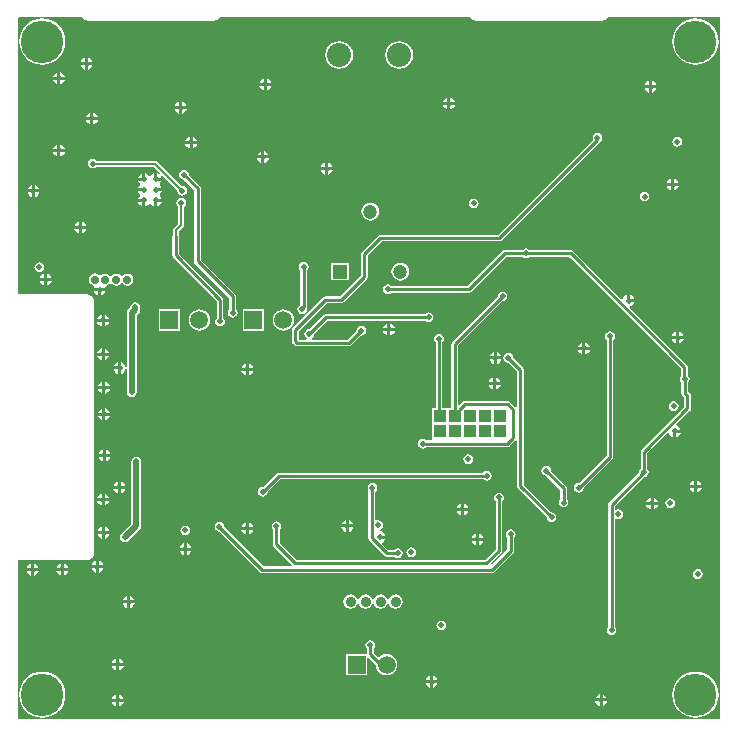
<source format=gbl>
G04*
G04 #@! TF.GenerationSoftware,Altium Limited,Altium Designer,19.0.10 (269)*
G04*
G04 Layer_Physical_Order=4*
G04 Layer_Color=16711680*
%FSLAX44Y44*%
%MOMM*%
G71*
G01*
G75*
%ADD10C,0.2540*%
%ADD126C,0.7112*%
%ADD127C,0.1875*%
%ADD128C,0.5080*%
%ADD132C,2.0320*%
%ADD133C,1.2000*%
%ADD134R,1.2000X1.2000*%
%ADD135C,1.5000*%
%ADD136R,1.5000X1.5000*%
%ADD137R,1.0058X1.0058*%
%ADD138C,0.8890*%
%ADD139C,3.6000*%
%ADD140C,0.5080*%
G36*
X597411Y2589D02*
X2590Y2589D01*
Y137410D01*
X61000D01*
X61142Y137438D01*
X61287Y137426D01*
X62178Y137525D01*
X62455Y137614D01*
X62744Y137654D01*
X63590Y137949D01*
X63841Y138097D01*
X64113Y138201D01*
X64872Y138678D01*
X65084Y138878D01*
X65327Y139040D01*
X65960Y139673D01*
X66122Y139916D01*
X66322Y140128D01*
X66799Y140886D01*
X66903Y141159D01*
X67050Y141410D01*
X67346Y142256D01*
X67386Y142544D01*
X67474Y142822D01*
X67574Y143713D01*
X67561Y143857D01*
X67590Y144000D01*
X67590Y356000D01*
X67561Y356142D01*
X67574Y356287D01*
X67474Y357177D01*
X67386Y357455D01*
X67346Y357744D01*
X67050Y358590D01*
X66902Y358841D01*
X66799Y359113D01*
X66322Y359872D01*
X66122Y360084D01*
X65960Y360326D01*
X65327Y360960D01*
X65084Y361122D01*
X64872Y361322D01*
X64114Y361798D01*
X63841Y361902D01*
X63590Y362050D01*
X62744Y362346D01*
X62455Y362386D01*
X62177Y362474D01*
X61287Y362574D01*
X61142Y362561D01*
X61000Y362589D01*
X2590D01*
X2590Y596512D01*
X3488Y597410D01*
X56903Y597400D01*
X57774Y596604D01*
X58009Y596461D01*
X58215Y596278D01*
X60102Y595175D01*
X60362Y595085D01*
X60602Y594950D01*
X62679Y594268D01*
X62952Y594235D01*
X63215Y594153D01*
X65389Y593924D01*
X65525Y593937D01*
X65660Y593910D01*
X165660D01*
X165794Y593937D01*
X165930Y593924D01*
X168106Y594153D01*
X168370Y594235D01*
X168644Y594268D01*
X170722Y594951D01*
X170963Y595087D01*
X171224Y595178D01*
X173111Y596285D01*
X173318Y596469D01*
X173554Y596613D01*
X174420Y597410D01*
X385244Y597400D01*
X386114Y596604D01*
X386349Y596461D01*
X386555Y596278D01*
X388442Y595175D01*
X388702Y595085D01*
X388942Y594950D01*
X391019Y594268D01*
X391292Y594235D01*
X391555Y594153D01*
X393729Y593924D01*
X393866Y593937D01*
X394000Y593910D01*
X494000D01*
X494134Y593937D01*
X494270Y593924D01*
X496446Y594153D01*
X496710Y594235D01*
X496984Y594268D01*
X499062Y594951D01*
X499303Y595087D01*
X499564Y595178D01*
X501451Y596285D01*
X501658Y596469D01*
X501894Y596613D01*
X502760Y597410D01*
X597410Y597410D01*
X597411Y2589D01*
D02*
G37*
%LPC*%
G36*
X62230Y562711D02*
Y559054D01*
X65887D01*
X65745Y559766D01*
X64623Y561446D01*
X62942Y562569D01*
X62230Y562711D01*
D02*
G37*
G36*
X59690D02*
X58978Y562569D01*
X57298Y561446D01*
X56175Y559766D01*
X56033Y559054D01*
X59690D01*
Y562711D01*
D02*
G37*
G36*
X576500Y596118D02*
X572673Y595742D01*
X568992Y594625D01*
X565601Y592812D01*
X562628Y590372D01*
X560188Y587399D01*
X558375Y584008D01*
X557258Y580327D01*
X556881Y576500D01*
X557258Y572673D01*
X558375Y568992D01*
X560188Y565601D01*
X562628Y562628D01*
X565601Y560188D01*
X568992Y558375D01*
X572673Y557258D01*
X576500Y556881D01*
X580327Y557258D01*
X584008Y558375D01*
X587399Y560188D01*
X590372Y562628D01*
X592812Y565601D01*
X594625Y568992D01*
X595742Y572673D01*
X596118Y576500D01*
X595742Y580327D01*
X594625Y584008D01*
X592812Y587399D01*
X590372Y590372D01*
X587399Y592812D01*
X584008Y594625D01*
X580327Y595742D01*
X576500Y596118D01*
D02*
G37*
G36*
X23500D02*
X19673Y595742D01*
X15992Y594625D01*
X12601Y592812D01*
X9628Y590372D01*
X7188Y587399D01*
X5375Y584008D01*
X4259Y580327D01*
X3882Y576500D01*
X4259Y572673D01*
X5375Y568992D01*
X7188Y565601D01*
X9628Y562628D01*
X12601Y560188D01*
X15992Y558375D01*
X19673Y557258D01*
X23500Y556881D01*
X27327Y557258D01*
X31008Y558375D01*
X34399Y560188D01*
X37372Y562628D01*
X39812Y565601D01*
X41625Y568992D01*
X42741Y572673D01*
X43119Y576500D01*
X42741Y580327D01*
X41625Y584008D01*
X39812Y587399D01*
X37372Y590372D01*
X34399Y592812D01*
X31008Y594625D01*
X27327Y595742D01*
X23500Y596118D01*
D02*
G37*
G36*
X325628Y576888D02*
X322578Y576487D01*
X319736Y575309D01*
X317295Y573436D01*
X315422Y570996D01*
X314245Y568153D01*
X313843Y565103D01*
X314245Y562053D01*
X315422Y559211D01*
X317295Y556770D01*
X319736Y554897D01*
X322578Y553720D01*
X325628Y553318D01*
X328678Y553720D01*
X331520Y554897D01*
X333961Y556770D01*
X335834Y559211D01*
X337011Y562053D01*
X337413Y565103D01*
X337011Y568153D01*
X335834Y570996D01*
X333961Y573436D01*
X331520Y575309D01*
X328678Y576487D01*
X325628Y576888D01*
D02*
G37*
G36*
X274828D02*
X271778Y576487D01*
X268936Y575309D01*
X266495Y573436D01*
X264622Y570996D01*
X263445Y568153D01*
X263043Y565103D01*
X263445Y562053D01*
X264622Y559211D01*
X266495Y556770D01*
X268936Y554897D01*
X271778Y553720D01*
X274828Y553318D01*
X277878Y553720D01*
X280720Y554897D01*
X283161Y556770D01*
X285034Y559211D01*
X286211Y562053D01*
X286613Y565103D01*
X286211Y568153D01*
X285034Y570996D01*
X283161Y573436D01*
X280720Y575309D01*
X277878Y576487D01*
X274828Y576888D01*
D02*
G37*
G36*
X65887Y556514D02*
X62230D01*
Y552857D01*
X62942Y552999D01*
X64623Y554122D01*
X65745Y555802D01*
X65887Y556514D01*
D02*
G37*
G36*
X59690D02*
X56033D01*
X56175Y555802D01*
X57298Y554122D01*
X58978Y552999D01*
X59690Y552857D01*
Y556514D01*
D02*
G37*
G36*
X38862Y550519D02*
Y546862D01*
X42519D01*
X42377Y547574D01*
X41255Y549254D01*
X39574Y550377D01*
X38862Y550519D01*
D02*
G37*
G36*
X36322D02*
X35610Y550377D01*
X33930Y549254D01*
X32807Y547574D01*
X32665Y546862D01*
X36322D01*
Y550519D01*
D02*
G37*
G36*
X213614Y545185D02*
Y541528D01*
X217271D01*
X217129Y542240D01*
X216007Y543921D01*
X214326Y545043D01*
X213614Y545185D01*
D02*
G37*
G36*
X211074D02*
X210362Y545043D01*
X208682Y543921D01*
X207559Y542240D01*
X207417Y541528D01*
X211074D01*
Y545185D01*
D02*
G37*
G36*
X42519Y544322D02*
X38862D01*
Y540665D01*
X39574Y540807D01*
X41255Y541930D01*
X42377Y543610D01*
X42519Y544322D01*
D02*
G37*
G36*
X36322D02*
X32665D01*
X32807Y543610D01*
X33930Y541930D01*
X35610Y540807D01*
X36322Y540665D01*
Y544322D01*
D02*
G37*
G36*
X539750Y543153D02*
Y539496D01*
X543407D01*
X543265Y540208D01*
X542142Y541889D01*
X540462Y543011D01*
X539750Y543153D01*
D02*
G37*
G36*
X537210D02*
X536498Y543011D01*
X534818Y541889D01*
X533695Y540208D01*
X533553Y539496D01*
X537210D01*
Y543153D01*
D02*
G37*
G36*
X217271Y538988D02*
X213614D01*
Y535331D01*
X214326Y535473D01*
X216007Y536595D01*
X217129Y538276D01*
X217271Y538988D01*
D02*
G37*
G36*
X211074D02*
X207417D01*
X207559Y538276D01*
X208682Y536595D01*
X210362Y535473D01*
X211074Y535331D01*
Y538988D01*
D02*
G37*
G36*
X543407Y536956D02*
X539750D01*
Y533299D01*
X540462Y533441D01*
X542142Y534563D01*
X543265Y536244D01*
X543407Y536956D01*
D02*
G37*
G36*
X537210D02*
X533553D01*
X533695Y536244D01*
X534818Y534563D01*
X536498Y533441D01*
X537210Y533299D01*
Y536956D01*
D02*
G37*
G36*
X369062Y528929D02*
Y525272D01*
X372719D01*
X372577Y525984D01*
X371455Y527664D01*
X369774Y528787D01*
X369062Y528929D01*
D02*
G37*
G36*
X366522D02*
X365810Y528787D01*
X364129Y527664D01*
X363007Y525984D01*
X362865Y525272D01*
X366522D01*
Y528929D01*
D02*
G37*
G36*
X141986Y525373D02*
Y521716D01*
X145643D01*
X145501Y522428D01*
X144378Y524109D01*
X142698Y525231D01*
X141986Y525373D01*
D02*
G37*
G36*
X139446D02*
X138734Y525231D01*
X137053Y524109D01*
X135931Y522428D01*
X135789Y521716D01*
X139446D01*
Y525373D01*
D02*
G37*
G36*
X372719Y522732D02*
X369062D01*
Y519075D01*
X369774Y519217D01*
X371455Y520340D01*
X372577Y522020D01*
X372719Y522732D01*
D02*
G37*
G36*
X366522D02*
X362865D01*
X363007Y522020D01*
X364129Y520340D01*
X365810Y519217D01*
X366522Y519075D01*
Y522732D01*
D02*
G37*
G36*
X145643Y519176D02*
X141986D01*
Y515519D01*
X142698Y515661D01*
X144378Y516783D01*
X145501Y518464D01*
X145643Y519176D01*
D02*
G37*
G36*
X139446D02*
X135789D01*
X135931Y518464D01*
X137053Y516783D01*
X138734Y515661D01*
X139446Y515519D01*
Y519176D01*
D02*
G37*
G36*
X66802Y516483D02*
Y512826D01*
X70459D01*
X70317Y513538D01*
X69194Y515219D01*
X67514Y516341D01*
X66802Y516483D01*
D02*
G37*
G36*
X64262D02*
X63550Y516341D01*
X61870Y515219D01*
X60747Y513538D01*
X60605Y512826D01*
X64262D01*
Y516483D01*
D02*
G37*
G36*
X70459Y510286D02*
X66802D01*
Y506629D01*
X67514Y506771D01*
X69194Y507893D01*
X70317Y509574D01*
X70459Y510286D01*
D02*
G37*
G36*
X64262D02*
X60605D01*
X60747Y509574D01*
X61870Y507893D01*
X63550Y506771D01*
X64262Y506629D01*
Y510286D01*
D02*
G37*
G36*
X150748Y496021D02*
Y492364D01*
X154405D01*
X154263Y493076D01*
X153140Y494757D01*
X151460Y495879D01*
X150748Y496021D01*
D02*
G37*
G36*
X148208D02*
X147496Y495879D01*
X145815Y494757D01*
X144693Y493076D01*
X144551Y492364D01*
X148208D01*
Y496021D01*
D02*
G37*
G36*
X561086Y495888D02*
X559500Y495572D01*
X558156Y494674D01*
X557258Y493330D01*
X556942Y491744D01*
X557258Y490158D01*
X558156Y488814D01*
X559500Y487916D01*
X561086Y487600D01*
X562672Y487916D01*
X564016Y488814D01*
X564914Y490158D01*
X565230Y491744D01*
X564914Y493330D01*
X564016Y494674D01*
X562672Y495572D01*
X561086Y495888D01*
D02*
G37*
G36*
X154405Y489824D02*
X150748D01*
Y486167D01*
X151460Y486309D01*
X153140Y487431D01*
X154263Y489112D01*
X154405Y489824D01*
D02*
G37*
G36*
X148208D02*
X144551D01*
X144693Y489112D01*
X145815Y487431D01*
X147496Y486309D01*
X148208Y486167D01*
Y489824D01*
D02*
G37*
G36*
X38862Y489305D02*
Y485648D01*
X42519D01*
X42377Y486360D01*
X41255Y488041D01*
X39574Y489163D01*
X38862Y489305D01*
D02*
G37*
G36*
X36322D02*
X35610Y489163D01*
X33930Y488041D01*
X32807Y486360D01*
X32665Y485648D01*
X36322D01*
Y489305D01*
D02*
G37*
G36*
X211582Y483717D02*
Y480060D01*
X215239D01*
X215097Y480772D01*
X213974Y482453D01*
X212294Y483575D01*
X211582Y483717D01*
D02*
G37*
G36*
X209042D02*
X208330Y483575D01*
X206649Y482453D01*
X205527Y480772D01*
X205385Y480060D01*
X209042D01*
Y483717D01*
D02*
G37*
G36*
X42519Y483108D02*
X38862D01*
Y479451D01*
X39574Y479593D01*
X41255Y480715D01*
X42377Y482396D01*
X42519Y483108D01*
D02*
G37*
G36*
X36322D02*
X32665D01*
X32807Y482396D01*
X33930Y480715D01*
X35610Y479593D01*
X36322Y479451D01*
Y483108D01*
D02*
G37*
G36*
X215239Y477520D02*
X211582D01*
Y473863D01*
X212294Y474005D01*
X213974Y475127D01*
X215097Y476808D01*
X215239Y477520D01*
D02*
G37*
G36*
X209042D02*
X205385D01*
X205527Y476808D01*
X206649Y475127D01*
X208330Y474005D01*
X209042Y473863D01*
Y477520D01*
D02*
G37*
G36*
X265654Y473811D02*
Y470154D01*
X269311D01*
X269169Y470866D01*
X268046Y472547D01*
X266366Y473669D01*
X265654Y473811D01*
D02*
G37*
G36*
X263114D02*
X262402Y473669D01*
X260721Y472547D01*
X259599Y470866D01*
X259457Y470154D01*
X263114D01*
Y473811D01*
D02*
G37*
G36*
X66294Y477346D02*
X64708Y477030D01*
X63364Y476132D01*
X62466Y474788D01*
X62150Y473202D01*
X62466Y471616D01*
X63364Y470272D01*
X64708Y469374D01*
X66294Y469058D01*
X67880Y469374D01*
X69224Y470272D01*
X69505Y470692D01*
X117832D01*
X123260Y465265D01*
X122450Y464279D01*
X121536Y464889D01*
X120824Y465031D01*
Y461374D01*
X124481D01*
X124339Y462086D01*
X123729Y463000D01*
X124715Y463810D01*
X137941Y450584D01*
X137842Y450088D01*
X138158Y448502D01*
X139056Y447158D01*
X140400Y446260D01*
X141986Y445944D01*
X143572Y446260D01*
X144916Y447158D01*
X145814Y448502D01*
X146130Y450088D01*
X145814Y451674D01*
X144916Y453018D01*
X143572Y453916D01*
X141986Y454232D01*
X141490Y454133D01*
X120647Y474977D01*
X119832Y475521D01*
X118872Y475712D01*
X69505D01*
X69224Y476132D01*
X67880Y477030D01*
X66294Y477346D01*
D02*
G37*
G36*
X269311Y467614D02*
X265654D01*
Y463957D01*
X266366Y464099D01*
X268046Y465221D01*
X269169Y466902D01*
X269311Y467614D01*
D02*
G37*
G36*
X263114D02*
X259457D01*
X259599Y466902D01*
X260721Y465221D01*
X262402Y464099D01*
X263114Y463957D01*
Y467614D01*
D02*
G37*
G36*
X118284Y465031D02*
X117572Y464889D01*
X115892Y463767D01*
X115318Y462908D01*
X113790D01*
X113216Y463767D01*
X111536Y464889D01*
X110824Y465031D01*
Y460104D01*
X109554D01*
Y458834D01*
X104627D01*
X104769Y458122D01*
X105892Y456441D01*
X106195Y456239D01*
Y454969D01*
X105892Y454767D01*
X104769Y453086D01*
X104627Y452374D01*
X109554D01*
Y449834D01*
X104627D01*
X104769Y449122D01*
X105892Y447441D01*
X106195Y447239D01*
Y445969D01*
X105892Y445766D01*
X104769Y444086D01*
X104627Y443374D01*
X109554D01*
Y442104D01*
X110824D01*
Y437177D01*
X111536Y437319D01*
X113216Y438442D01*
X113790Y439300D01*
X115318D01*
X115892Y438442D01*
X117572Y437319D01*
X118284Y437177D01*
Y442104D01*
X119554D01*
Y443374D01*
X124481D01*
X124339Y444086D01*
X123216Y445766D01*
X122913Y445969D01*
Y447239D01*
X123216Y447441D01*
X124339Y449122D01*
X124481Y449834D01*
X119554D01*
Y452374D01*
X124481D01*
X124339Y453086D01*
X123216Y454767D01*
X122913Y454969D01*
Y456239D01*
X123216Y456441D01*
X124339Y458122D01*
X124481Y458834D01*
X119554D01*
Y460104D01*
X118284D01*
Y465031D01*
D02*
G37*
G36*
X108284D02*
X107572Y464889D01*
X105892Y463767D01*
X104769Y462086D01*
X104627Y461374D01*
X108284D01*
Y465031D01*
D02*
G37*
G36*
X558546Y460349D02*
Y456692D01*
X562203D01*
X562061Y457404D01*
X560938Y459085D01*
X559258Y460207D01*
X558546Y460349D01*
D02*
G37*
G36*
X556006D02*
X555294Y460207D01*
X553614Y459085D01*
X552491Y457404D01*
X552349Y456692D01*
X556006D01*
Y460349D01*
D02*
G37*
G36*
X17272Y455015D02*
Y451358D01*
X20929D01*
X20787Y452070D01*
X19664Y453750D01*
X17984Y454873D01*
X17272Y455015D01*
D02*
G37*
G36*
X14732D02*
X14020Y454873D01*
X12340Y453750D01*
X11217Y452070D01*
X11075Y451358D01*
X14732D01*
Y455015D01*
D02*
G37*
G36*
X562203Y454152D02*
X558546D01*
Y450495D01*
X559258Y450637D01*
X560938Y451759D01*
X562061Y453440D01*
X562203Y454152D01*
D02*
G37*
G36*
X556006D02*
X552349D01*
X552491Y453440D01*
X553614Y451759D01*
X555294Y450637D01*
X556006Y450495D01*
Y454152D01*
D02*
G37*
G36*
X20929Y448818D02*
X17272D01*
Y445161D01*
X17984Y445303D01*
X19664Y446426D01*
X20787Y448106D01*
X20929Y448818D01*
D02*
G37*
G36*
X14732D02*
X11075D01*
X11217Y448106D01*
X12340Y446426D01*
X14020Y445303D01*
X14732Y445161D01*
Y448818D01*
D02*
G37*
G36*
X533400Y449406D02*
X531814Y449090D01*
X530470Y448192D01*
X529572Y446848D01*
X529256Y445262D01*
X529572Y443676D01*
X530470Y442332D01*
X531814Y441434D01*
X533400Y441118D01*
X534986Y441434D01*
X536330Y442332D01*
X537228Y443676D01*
X537544Y445262D01*
X537228Y446848D01*
X536330Y448192D01*
X534986Y449090D01*
X533400Y449406D01*
D02*
G37*
G36*
X124481Y440834D02*
X120824D01*
Y437177D01*
X121536Y437319D01*
X123216Y438442D01*
X124339Y440122D01*
X124481Y440834D01*
D02*
G37*
G36*
X108284D02*
X104627D01*
X104769Y440122D01*
X105892Y438442D01*
X107572Y437319D01*
X108284Y437177D01*
Y440834D01*
D02*
G37*
G36*
X388874Y443636D02*
X387288Y443320D01*
X385944Y442422D01*
X385046Y441078D01*
X384730Y439492D01*
X385046Y437906D01*
X385944Y436562D01*
X387288Y435664D01*
X388874Y435348D01*
X390460Y435664D01*
X391804Y436562D01*
X392702Y437906D01*
X393018Y439492D01*
X392702Y441078D01*
X391804Y442422D01*
X390460Y443320D01*
X388874Y443636D01*
D02*
G37*
G36*
X301244Y440151D02*
X299280Y439892D01*
X297449Y439134D01*
X295878Y437928D01*
X294672Y436357D01*
X293914Y434526D01*
X293655Y432562D01*
X293914Y430598D01*
X294672Y428768D01*
X295878Y427196D01*
X297449Y425990D01*
X299280Y425232D01*
X301244Y424973D01*
X303208Y425232D01*
X305039Y425990D01*
X306610Y427196D01*
X307816Y428768D01*
X308574Y430598D01*
X308833Y432562D01*
X308574Y434526D01*
X307816Y436357D01*
X306610Y437928D01*
X305039Y439134D01*
X303208Y439892D01*
X301244Y440151D01*
D02*
G37*
G36*
X56896Y424281D02*
Y420624D01*
X60553D01*
X60411Y421336D01*
X59289Y423017D01*
X57608Y424139D01*
X56896Y424281D01*
D02*
G37*
G36*
X54356D02*
X53644Y424139D01*
X51964Y423017D01*
X50841Y421336D01*
X50699Y420624D01*
X54356D01*
Y424281D01*
D02*
G37*
G36*
X60553Y418084D02*
X56896D01*
Y414427D01*
X57608Y414569D01*
X59289Y415691D01*
X60411Y417372D01*
X60553Y418084D01*
D02*
G37*
G36*
X54356D02*
X50699D01*
X50841Y417372D01*
X51964Y415691D01*
X53644Y414569D01*
X54356Y414427D01*
Y418084D01*
D02*
G37*
G36*
X493522Y499190D02*
X491936Y498874D01*
X490592Y497976D01*
X489694Y496632D01*
X489378Y495046D01*
X489692Y493467D01*
X409284Y413059D01*
X309716D01*
X309716Y413059D01*
X308626Y412842D01*
X307702Y412224D01*
X307702Y412224D01*
X294150Y398672D01*
X293532Y397748D01*
X293315Y396658D01*
X293315Y396658D01*
Y378624D01*
X275426Y360735D01*
X263144D01*
X263144Y360735D01*
X262054Y360518D01*
X261130Y359900D01*
X261130Y359900D01*
X235730Y334500D01*
X235112Y333576D01*
X234895Y332486D01*
X234895Y332486D01*
Y322798D01*
X234895Y322798D01*
X235112Y321708D01*
X235730Y320784D01*
X237218Y319296D01*
X237218Y319296D01*
X238142Y318678D01*
X239232Y318461D01*
X282994D01*
X282994Y318461D01*
X284084Y318678D01*
X285008Y319296D01*
X293312Y327599D01*
X293408Y327580D01*
X294994Y327896D01*
X296338Y328794D01*
X297236Y330138D01*
X297552Y331724D01*
X297236Y333310D01*
X296338Y334654D01*
X294994Y335552D01*
X293408Y335868D01*
X291822Y335552D01*
X290478Y334654D01*
X289580Y333310D01*
X289264Y331724D01*
X289283Y331628D01*
X281814Y324159D01*
X251888D01*
X251503Y325429D01*
X252358Y326000D01*
X253256Y327344D01*
X253572Y328930D01*
X253553Y329026D01*
X264832Y340305D01*
X347536D01*
X347590Y340224D01*
X348934Y339326D01*
X350520Y339010D01*
X352106Y339326D01*
X353450Y340224D01*
X354348Y341568D01*
X354664Y343154D01*
X354348Y344740D01*
X353450Y346084D01*
X352106Y346982D01*
X350520Y347298D01*
X348934Y346982D01*
X347590Y346084D01*
X347536Y346003D01*
X263652D01*
X263652Y346003D01*
X262562Y345786D01*
X261638Y345168D01*
X261638Y345168D01*
X249524Y333055D01*
X249428Y333074D01*
X247842Y332758D01*
X246498Y331860D01*
X245600Y330516D01*
X245284Y328930D01*
X245600Y327344D01*
X246498Y326000D01*
X247353Y325429D01*
X246968Y324159D01*
X240593D01*
Y331306D01*
X264324Y355037D01*
X276606D01*
X276606Y355037D01*
X277696Y355254D01*
X278620Y355872D01*
X298178Y375430D01*
X298178Y375430D01*
X298796Y376354D01*
X299013Y377444D01*
Y395478D01*
X310896Y407361D01*
X410464D01*
X410464Y407361D01*
X411554Y407578D01*
X412478Y408196D01*
X495536Y491254D01*
X495536Y491254D01*
X495839Y491706D01*
X496452Y492116D01*
X497350Y493460D01*
X497666Y495046D01*
X497350Y496632D01*
X496452Y497976D01*
X495108Y498874D01*
X493522Y499190D01*
D02*
G37*
G36*
X21066Y389462D02*
X19480Y389146D01*
X18136Y388248D01*
X17238Y386904D01*
X16922Y385318D01*
X17238Y383732D01*
X18136Y382388D01*
X19480Y381490D01*
X21066Y381174D01*
X22652Y381490D01*
X23996Y382388D01*
X24894Y383732D01*
X25210Y385318D01*
X24894Y386904D01*
X23996Y388248D01*
X22652Y389146D01*
X21066Y389462D01*
D02*
G37*
G36*
X27686Y379976D02*
Y376319D01*
X31343D01*
X31201Y377031D01*
X30078Y378712D01*
X28398Y379834D01*
X27686Y379976D01*
D02*
G37*
G36*
X25146D02*
X24434Y379834D01*
X22754Y378712D01*
X21631Y377031D01*
X21489Y376319D01*
X25146D01*
Y379976D01*
D02*
G37*
G36*
X283368Y389286D02*
X268320D01*
Y374238D01*
X283368D01*
Y389286D01*
D02*
G37*
G36*
X326644Y389351D02*
X324680Y389092D01*
X322850Y388334D01*
X321278Y387128D01*
X320072Y385556D01*
X319314Y383726D01*
X319055Y381762D01*
X319314Y379798D01*
X320072Y377967D01*
X321278Y376396D01*
X322850Y375190D01*
X324680Y374432D01*
X326644Y374173D01*
X328608Y374432D01*
X330438Y375190D01*
X332010Y376396D01*
X333216Y377967D01*
X333974Y379798D01*
X334233Y381762D01*
X333974Y383726D01*
X333216Y385556D01*
X332010Y387128D01*
X330438Y388334D01*
X328608Y389092D01*
X326644Y389351D01*
D02*
G37*
G36*
X31343Y373779D02*
X27686D01*
Y370122D01*
X28398Y370264D01*
X30078Y371386D01*
X31201Y373067D01*
X31343Y373779D01*
D02*
G37*
G36*
X25146D02*
X21489D01*
X21631Y373067D01*
X22754Y371386D01*
X24434Y370264D01*
X25146Y370122D01*
Y373779D01*
D02*
G37*
G36*
X68039Y380229D02*
X66057Y379834D01*
X64377Y378712D01*
X63254Y377031D01*
X62860Y375049D01*
X63254Y373067D01*
X64377Y371386D01*
X66057Y370264D01*
X66753Y370125D01*
X67338Y368714D01*
X67198Y368504D01*
X67056Y367792D01*
X76910D01*
X76768Y368504D01*
X76759Y368518D01*
X77390Y369860D01*
X78690Y370119D01*
X80371Y371241D01*
X80779Y371853D01*
X82049D01*
X82458Y371241D01*
X84138Y370119D01*
X86120Y369725D01*
X88102Y370119D01*
X89782Y371241D01*
X90177Y371832D01*
X91447D01*
X91841Y371241D01*
X93522Y370119D01*
X95504Y369725D01*
X97486Y370119D01*
X99166Y371241D01*
X100289Y372922D01*
X100683Y374904D01*
X100289Y376886D01*
X99166Y378567D01*
X97486Y379689D01*
X95504Y380084D01*
X93522Y379689D01*
X91841Y378567D01*
X91447Y377976D01*
X90177D01*
X89782Y378567D01*
X88102Y379689D01*
X86120Y380084D01*
X84138Y379689D01*
X82458Y378567D01*
X82049Y377955D01*
X80779D01*
X80371Y378567D01*
X78690Y379689D01*
X76708Y380084D01*
X74726Y379689D01*
X73239Y378696D01*
X72494Y378567D01*
X72021D01*
X71642Y378751D01*
X70021Y379834D01*
X68039Y380229D01*
D02*
G37*
G36*
X76910Y365252D02*
X73253D01*
Y361595D01*
X73965Y361737D01*
X75645Y362859D01*
X76768Y364540D01*
X76910Y365252D01*
D02*
G37*
G36*
X70713D02*
X67056D01*
X67198Y364540D01*
X68320Y362859D01*
X70001Y361737D01*
X70713Y361595D01*
Y365252D01*
D02*
G37*
G36*
X521208Y362051D02*
Y358394D01*
X524865D01*
X524723Y359106D01*
X523601Y360787D01*
X521920Y361909D01*
X521208Y362051D01*
D02*
G37*
G36*
X413240Y364824D02*
X411655Y364508D01*
X410310Y363610D01*
X409412Y362266D01*
X409097Y360680D01*
X409116Y360584D01*
X370604Y322072D01*
X369986Y321148D01*
X369769Y320058D01*
X369769Y320057D01*
Y265887D01*
X362259D01*
Y321882D01*
X362340Y321936D01*
X363238Y323280D01*
X363554Y324866D01*
X363238Y326452D01*
X362340Y327796D01*
X360996Y328694D01*
X359410Y329010D01*
X357824Y328694D01*
X356480Y327796D01*
X355582Y326452D01*
X355266Y324866D01*
X355582Y323280D01*
X356480Y321936D01*
X356561Y321882D01*
Y265887D01*
X353365D01*
Y252781D01*
Y240081D01*
X353365D01*
X353355Y238815D01*
X348626D01*
X348572Y238896D01*
X347228Y239794D01*
X345642Y240110D01*
X344056Y239794D01*
X342712Y238896D01*
X341814Y237552D01*
X341498Y235966D01*
X341814Y234380D01*
X342712Y233036D01*
X344056Y232138D01*
X345642Y231822D01*
X347228Y232138D01*
X348572Y233036D01*
X348626Y233117D01*
X417304D01*
X417304Y233117D01*
X418395Y233334D01*
X419319Y233952D01*
X424125Y238758D01*
X424209Y238756D01*
X425395Y238363D01*
Y200152D01*
X425395Y200152D01*
X425612Y199062D01*
X426230Y198138D01*
X450535Y173832D01*
X450516Y173736D01*
X450832Y172150D01*
X451730Y170806D01*
X453074Y169908D01*
X454660Y169592D01*
X456246Y169908D01*
X457590Y170806D01*
X458488Y172150D01*
X458804Y173736D01*
X458488Y175322D01*
X457590Y176666D01*
X456246Y177564D01*
X454660Y177880D01*
X454564Y177861D01*
X431093Y201332D01*
Y298704D01*
X430876Y299794D01*
X430258Y300718D01*
X430258Y300718D01*
X422209Y308768D01*
X422228Y308864D01*
X421912Y310450D01*
X421014Y311794D01*
X419670Y312692D01*
X418084Y313008D01*
X416498Y312692D01*
X415154Y311794D01*
X414256Y310450D01*
X413940Y308864D01*
X414256Y307278D01*
X415154Y305934D01*
X416498Y305036D01*
X418084Y304720D01*
X418180Y304739D01*
X425395Y297524D01*
Y267368D01*
X424209Y266975D01*
X424125Y266973D01*
X419844Y271254D01*
X418920Y271872D01*
X417830Y272089D01*
X417830Y272089D01*
X381118D01*
X381118Y272089D01*
X380028Y271872D01*
X379104Y271254D01*
X379104Y271254D01*
X376640Y268791D01*
X375467Y269277D01*
Y318878D01*
X413144Y356555D01*
X413240Y356536D01*
X414826Y356852D01*
X416170Y357750D01*
X417069Y359094D01*
X417384Y360680D01*
X417069Y362266D01*
X416170Y363610D01*
X414826Y364508D01*
X413240Y364824D01*
D02*
G37*
G36*
X244856Y389970D02*
X243270Y389654D01*
X241926Y388756D01*
X241028Y387412D01*
X240712Y385826D01*
X241028Y384240D01*
X241926Y382896D01*
X242007Y382842D01*
Y353842D01*
X242000Y353840D01*
X240656Y352942D01*
X239758Y351598D01*
X239442Y350012D01*
X239758Y348426D01*
X240656Y347082D01*
X242000Y346184D01*
X243586Y345868D01*
X245172Y346184D01*
X246516Y347082D01*
X247414Y348426D01*
X247730Y350012D01*
X247523Y351053D01*
X247705Y351969D01*
X247705Y351969D01*
Y382842D01*
X247786Y382896D01*
X248684Y384240D01*
X249000Y385826D01*
X248684Y387412D01*
X247786Y388756D01*
X246442Y389654D01*
X244856Y389970D01*
D02*
G37*
G36*
X143510Y467948D02*
X141924Y467632D01*
X140580Y466734D01*
X139682Y465390D01*
X139366Y463804D01*
X139682Y462218D01*
X140580Y460874D01*
X141924Y459976D01*
X143510Y459660D01*
X143606Y459679D01*
X152091Y451194D01*
Y390398D01*
X152091Y390398D01*
X152308Y389308D01*
X152926Y388384D01*
X181809Y359500D01*
Y349948D01*
X181728Y349894D01*
X180830Y348550D01*
X180514Y346964D01*
X180830Y345378D01*
X181728Y344034D01*
X183072Y343136D01*
X184658Y342820D01*
X186244Y343136D01*
X187588Y344034D01*
X188486Y345378D01*
X188802Y346964D01*
X188486Y348550D01*
X187588Y349894D01*
X187507Y349948D01*
Y360680D01*
X187507Y360680D01*
X187290Y361770D01*
X186672Y362694D01*
X186672Y362694D01*
X157789Y391578D01*
Y452374D01*
X157789Y452374D01*
X157572Y453464D01*
X156954Y454388D01*
X156954Y454388D01*
X147635Y463708D01*
X147654Y463804D01*
X147338Y465390D01*
X146440Y466734D01*
X145096Y467632D01*
X143510Y467948D01*
D02*
G37*
G36*
X76200Y345287D02*
Y341630D01*
X79857D01*
X79715Y342342D01*
X78593Y344022D01*
X76912Y345145D01*
X76200Y345287D01*
D02*
G37*
G36*
X73660D02*
X72948Y345145D01*
X71267Y344022D01*
X70145Y342342D01*
X70003Y341630D01*
X73660D01*
Y345287D01*
D02*
G37*
G36*
X141119Y444072D02*
X139533Y443756D01*
X138189Y442858D01*
X137290Y441514D01*
X136975Y439928D01*
X137290Y438342D01*
X138189Y436998D01*
X138609Y436717D01*
Y422320D01*
X134623Y418335D01*
X134079Y417520D01*
X133888Y416560D01*
Y412753D01*
X133766Y412570D01*
X133549Y411480D01*
Y395478D01*
X133549Y395478D01*
X133766Y394388D01*
X134384Y393464D01*
X171141Y356706D01*
Y342582D01*
X171060Y342528D01*
X170162Y341184D01*
X169846Y339598D01*
X170162Y338012D01*
X171060Y336668D01*
X172404Y335770D01*
X173990Y335454D01*
X175576Y335770D01*
X176920Y336668D01*
X177818Y338012D01*
X178134Y339598D01*
X177818Y341184D01*
X176920Y342528D01*
X176839Y342582D01*
Y357886D01*
X176839Y357886D01*
X176622Y358976D01*
X176004Y359900D01*
X139247Y396658D01*
Y411480D01*
X139030Y412570D01*
X138908Y412753D01*
Y415520D01*
X142893Y419506D01*
X143437Y420320D01*
X143629Y421281D01*
Y436717D01*
X144049Y436998D01*
X144947Y438342D01*
X145262Y439928D01*
X144947Y441514D01*
X144049Y442858D01*
X142704Y443756D01*
X141119Y444072D01*
D02*
G37*
G36*
X79857Y339090D02*
X76200D01*
Y335433D01*
X76912Y335575D01*
X78593Y336698D01*
X79715Y338378D01*
X79857Y339090D01*
D02*
G37*
G36*
X73660D02*
X70003D01*
X70145Y338378D01*
X71267Y336698D01*
X72948Y335575D01*
X73660Y335433D01*
Y339090D01*
D02*
G37*
G36*
X318262Y337921D02*
Y334264D01*
X321919D01*
X321777Y334976D01*
X320654Y336656D01*
X318974Y337779D01*
X318262Y337921D01*
D02*
G37*
G36*
X315722D02*
X315010Y337779D01*
X313330Y336656D01*
X312207Y334976D01*
X312065Y334264D01*
X315722D01*
Y337921D01*
D02*
G37*
G36*
X211208Y349892D02*
X193160D01*
Y331844D01*
X211208D01*
Y349892D01*
D02*
G37*
G36*
X140088D02*
X122040D01*
Y331844D01*
X140088D01*
Y349892D01*
D02*
G37*
G36*
X227584Y349970D02*
X225228Y349660D01*
X223033Y348750D01*
X221148Y347304D01*
X219702Y345419D01*
X218792Y343224D01*
X218482Y340868D01*
X218792Y338512D01*
X219702Y336317D01*
X221148Y334432D01*
X223033Y332986D01*
X225228Y332076D01*
X227584Y331766D01*
X229940Y332076D01*
X232135Y332986D01*
X234020Y334432D01*
X235466Y336317D01*
X236376Y338512D01*
X236686Y340868D01*
X236376Y343224D01*
X235466Y345419D01*
X234020Y347304D01*
X232135Y348750D01*
X229940Y349660D01*
X227584Y349970D01*
D02*
G37*
G36*
X156464D02*
X154108Y349660D01*
X151913Y348750D01*
X150028Y347304D01*
X148582Y345419D01*
X147672Y343224D01*
X147362Y340868D01*
X147672Y338512D01*
X148582Y336317D01*
X150028Y334432D01*
X151913Y332986D01*
X154108Y332076D01*
X156464Y331766D01*
X158820Y332076D01*
X161015Y332986D01*
X162900Y334432D01*
X164346Y336317D01*
X165256Y338512D01*
X165566Y340868D01*
X165256Y343224D01*
X164346Y345419D01*
X162900Y347304D01*
X161015Y348750D01*
X158820Y349660D01*
X156464Y349970D01*
D02*
G37*
G36*
X321919Y331724D02*
X318262D01*
Y328067D01*
X318974Y328209D01*
X320654Y329332D01*
X321777Y331012D01*
X321919Y331724D01*
D02*
G37*
G36*
X315722D02*
X312065D01*
X312207Y331012D01*
X313330Y329332D01*
X315010Y328209D01*
X315722Y328067D01*
Y331724D01*
D02*
G37*
G36*
X562864Y330809D02*
Y327152D01*
X566521D01*
X566379Y327864D01*
X565257Y329544D01*
X563576Y330667D01*
X562864Y330809D01*
D02*
G37*
G36*
X560324D02*
X559612Y330667D01*
X557932Y329544D01*
X556809Y327864D01*
X556667Y327152D01*
X560324D01*
Y330809D01*
D02*
G37*
G36*
X566521Y324612D02*
X562864D01*
Y320955D01*
X563576Y321097D01*
X565257Y322220D01*
X566379Y323900D01*
X566521Y324612D01*
D02*
G37*
G36*
X560324D02*
X556667D01*
X556809Y323900D01*
X557932Y322220D01*
X559612Y321097D01*
X560324Y320955D01*
Y324612D01*
D02*
G37*
G36*
X483362Y321665D02*
Y318008D01*
X487019D01*
X486877Y318720D01*
X485755Y320401D01*
X484074Y321523D01*
X483362Y321665D01*
D02*
G37*
G36*
X480822D02*
X480110Y321523D01*
X478429Y320401D01*
X477307Y318720D01*
X477165Y318008D01*
X480822D01*
Y321665D01*
D02*
G37*
G36*
X76200Y316839D02*
Y313182D01*
X79857D01*
X79715Y313894D01*
X78593Y315574D01*
X76912Y316697D01*
X76200Y316839D01*
D02*
G37*
G36*
X73660D02*
X72948Y316697D01*
X71267Y315574D01*
X70145Y313894D01*
X70003Y313182D01*
X73660D01*
Y316839D01*
D02*
G37*
G36*
X487019Y315468D02*
X483362D01*
Y311811D01*
X484074Y311953D01*
X485755Y313076D01*
X486877Y314756D01*
X487019Y315468D01*
D02*
G37*
G36*
X480822D02*
X477165D01*
X477307Y314756D01*
X478429Y313076D01*
X480110Y311953D01*
X480822Y311811D01*
Y315468D01*
D02*
G37*
G36*
X408432Y313537D02*
Y309880D01*
X412089D01*
X411947Y310592D01*
X410825Y312272D01*
X409144Y313395D01*
X408432Y313537D01*
D02*
G37*
G36*
X405892D02*
X405180Y313395D01*
X403499Y312272D01*
X402377Y310592D01*
X402235Y309880D01*
X405892D01*
Y313537D01*
D02*
G37*
G36*
X79857Y310642D02*
X76200D01*
Y306985D01*
X76912Y307127D01*
X78593Y308249D01*
X79715Y309930D01*
X79857Y310642D01*
D02*
G37*
G36*
X73660D02*
X70003D01*
X70145Y309930D01*
X71267Y308249D01*
X72948Y307127D01*
X73660Y306985D01*
Y310642D01*
D02*
G37*
G36*
X412089Y307340D02*
X408432D01*
Y303683D01*
X409144Y303825D01*
X410825Y304947D01*
X411947Y306628D01*
X412089Y307340D01*
D02*
G37*
G36*
X405892D02*
X402235D01*
X402377Y306628D01*
X403499Y304947D01*
X405180Y303825D01*
X405892Y303683D01*
Y307340D01*
D02*
G37*
G36*
X87630Y305155D02*
X86918Y305013D01*
X85238Y303890D01*
X84115Y302210D01*
X83973Y301498D01*
X87630D01*
Y305155D01*
D02*
G37*
G36*
X102108Y355680D02*
X100522Y355364D01*
X99178Y354466D01*
X98280Y353122D01*
X97964Y351536D01*
Y351246D01*
X96384Y349665D01*
X95486Y348321D01*
X95170Y346735D01*
Y301254D01*
X93900Y301129D01*
X93685Y302210D01*
X92563Y303890D01*
X90882Y305013D01*
X90170Y305155D01*
Y300228D01*
Y295301D01*
X90882Y295443D01*
X92563Y296565D01*
X93685Y298246D01*
X93900Y299327D01*
X95170Y299202D01*
Y279400D01*
X95486Y277814D01*
X96384Y276470D01*
X97728Y275572D01*
X99314Y275256D01*
X100900Y275572D01*
X102244Y276470D01*
X103142Y277814D01*
X103458Y279400D01*
Y345019D01*
X105038Y346599D01*
X105936Y347943D01*
X106252Y349529D01*
Y351536D01*
X105936Y353122D01*
X105038Y354466D01*
X103694Y355364D01*
X102108Y355680D01*
D02*
G37*
G36*
X198374Y303885D02*
Y300228D01*
X202031D01*
X201889Y300940D01*
X200767Y302621D01*
X199086Y303743D01*
X198374Y303885D01*
D02*
G37*
G36*
X195834D02*
X195122Y303743D01*
X193442Y302621D01*
X192319Y300940D01*
X192177Y300228D01*
X195834D01*
Y303885D01*
D02*
G37*
G36*
X87630Y298958D02*
X83973D01*
X84115Y298246D01*
X85238Y296565D01*
X86918Y295443D01*
X87630Y295301D01*
Y298958D01*
D02*
G37*
G36*
X202031Y297688D02*
X198374D01*
Y294031D01*
X199086Y294173D01*
X200767Y295296D01*
X201889Y296976D01*
X202031Y297688D01*
D02*
G37*
G36*
X195834D02*
X192177D01*
X192319Y296976D01*
X193442Y295296D01*
X195122Y294173D01*
X195834Y294031D01*
Y297688D01*
D02*
G37*
G36*
X407924Y291947D02*
Y288290D01*
X411581D01*
X411439Y289002D01*
X410317Y290683D01*
X408636Y291805D01*
X407924Y291947D01*
D02*
G37*
G36*
X405384D02*
X404672Y291805D01*
X402991Y290683D01*
X401869Y289002D01*
X401727Y288290D01*
X405384D01*
Y291947D01*
D02*
G37*
G36*
X76912Y288391D02*
Y284734D01*
X80569D01*
X80427Y285446D01*
X79305Y287127D01*
X77624Y288249D01*
X76912Y288391D01*
D02*
G37*
G36*
X74372D02*
X73660Y288249D01*
X71980Y287127D01*
X70857Y285446D01*
X70715Y284734D01*
X74372D01*
Y288391D01*
D02*
G37*
G36*
X411581Y285750D02*
X407924D01*
Y282093D01*
X408636Y282235D01*
X410317Y283358D01*
X411439Y285038D01*
X411581Y285750D01*
D02*
G37*
G36*
X405384D02*
X401727D01*
X401869Y285038D01*
X402991Y283358D01*
X404672Y282235D01*
X405384Y282093D01*
Y285750D01*
D02*
G37*
G36*
X80569Y282194D02*
X76912D01*
Y278537D01*
X77624Y278679D01*
X79305Y279802D01*
X80427Y281482D01*
X80569Y282194D01*
D02*
G37*
G36*
X74372D02*
X70715D01*
X70857Y281482D01*
X71980Y279802D01*
X73660Y278679D01*
X74372Y278537D01*
Y282194D01*
D02*
G37*
G36*
X558038Y272114D02*
X556452Y271798D01*
X555108Y270900D01*
X554210Y269556D01*
X553894Y267970D01*
X554210Y266384D01*
X555108Y265040D01*
X556452Y264142D01*
X558038Y263826D01*
X559624Y264142D01*
X560968Y265040D01*
X561866Y266384D01*
X562182Y267970D01*
X561866Y269556D01*
X560968Y270900D01*
X559624Y271798D01*
X558038Y272114D01*
D02*
G37*
G36*
X76912Y266039D02*
Y262382D01*
X80569D01*
X80427Y263094D01*
X79305Y264774D01*
X77624Y265897D01*
X76912Y266039D01*
D02*
G37*
G36*
X74372D02*
X73660Y265897D01*
X71980Y264774D01*
X70857Y263094D01*
X70715Y262382D01*
X74372D01*
Y266039D01*
D02*
G37*
G36*
X80569Y259842D02*
X76912D01*
Y256185D01*
X77624Y256327D01*
X79305Y257449D01*
X80427Y259130D01*
X80569Y259842D01*
D02*
G37*
G36*
X74372D02*
X70715D01*
X70857Y259130D01*
X71980Y257449D01*
X73660Y256327D01*
X74372Y256185D01*
Y259842D01*
D02*
G37*
G36*
X563981Y245364D02*
X560324D01*
Y241707D01*
X561036Y241849D01*
X562716Y242971D01*
X563839Y244652D01*
X563981Y245364D01*
D02*
G37*
G36*
X433070Y401400D02*
X431484Y401084D01*
X430140Y400186D01*
X430086Y400105D01*
X415036D01*
X413946Y399888D01*
X413022Y399270D01*
X413022Y399270D01*
X383376Y369625D01*
X319214D01*
X319160Y369706D01*
X317816Y370604D01*
X316230Y370920D01*
X314644Y370604D01*
X313300Y369706D01*
X312402Y368362D01*
X312086Y366776D01*
X312402Y365190D01*
X313300Y363846D01*
X314644Y362948D01*
X316230Y362632D01*
X317816Y362948D01*
X319160Y363846D01*
X319214Y363927D01*
X384556D01*
X384556Y363927D01*
X385646Y364144D01*
X386570Y364762D01*
X416216Y394407D01*
X430086D01*
X430140Y394326D01*
X431484Y393428D01*
X433070Y393112D01*
X434656Y393428D01*
X436000Y394326D01*
X436054Y394407D01*
X469736D01*
X564333Y299810D01*
Y293247D01*
X563608Y292162D01*
X563292Y290576D01*
X563608Y288990D01*
X564506Y287646D01*
X564587Y287592D01*
Y279095D01*
X564587Y279095D01*
X564804Y278004D01*
X565422Y277080D01*
X566873Y275629D01*
Y267195D01*
X530878Y231199D01*
X530260Y230275D01*
X530043Y229185D01*
X530043Y229184D01*
Y214820D01*
X529962Y214766D01*
X529064Y213422D01*
X528748Y211836D01*
X528767Y211740D01*
X503446Y186418D01*
X502828Y185494D01*
X502611Y184404D01*
X502611Y184404D01*
Y80962D01*
X502530Y80908D01*
X501632Y79564D01*
X501316Y77978D01*
X501632Y76392D01*
X502530Y75048D01*
X503874Y74150D01*
X505460Y73834D01*
X507046Y74150D01*
X508390Y75048D01*
X509288Y76392D01*
X509604Y77978D01*
X509288Y79564D01*
X508390Y80908D01*
X508309Y80962D01*
Y171961D01*
X509429Y172560D01*
X509596Y172448D01*
X511182Y172132D01*
X512768Y172448D01*
X514112Y173346D01*
X515010Y174690D01*
X515326Y176276D01*
X515010Y177862D01*
X514112Y179206D01*
X512768Y180104D01*
X511182Y180420D01*
X509596Y180104D01*
X509429Y179992D01*
X508309Y180591D01*
Y183224D01*
X532796Y207711D01*
X532892Y207692D01*
X534478Y208008D01*
X535822Y208906D01*
X536720Y210250D01*
X537036Y211836D01*
X536720Y213422D01*
X535822Y214766D01*
X535741Y214820D01*
Y228005D01*
X553004Y245268D01*
X554220Y244899D01*
X554269Y244652D01*
X555392Y242971D01*
X557072Y241849D01*
X557784Y241707D01*
Y246634D01*
X559054D01*
Y247904D01*
X563981D01*
X563839Y248616D01*
X562716Y250296D01*
X561036Y251419D01*
X560789Y251469D01*
X560420Y252684D01*
X571736Y264000D01*
X571736Y264000D01*
X572354Y264924D01*
X572571Y266015D01*
X572571Y266015D01*
Y276809D01*
X572354Y277899D01*
X571736Y278823D01*
X571736Y278823D01*
X570285Y280275D01*
Y287592D01*
X570366Y287646D01*
X571264Y288990D01*
X571580Y290576D01*
X571264Y292162D01*
X570366Y293506D01*
X570031Y293730D01*
Y300990D01*
X569814Y302080D01*
X569196Y303004D01*
X569196Y303004D01*
X521156Y351045D01*
X521525Y352260D01*
X521920Y352339D01*
X523601Y353461D01*
X524723Y355142D01*
X524865Y355854D01*
X519938D01*
Y357124D01*
X518668D01*
Y362051D01*
X517956Y361909D01*
X516275Y360787D01*
X515153Y359106D01*
X515074Y358711D01*
X513859Y358342D01*
X472930Y399270D01*
X472006Y399888D01*
X470916Y400105D01*
X470916Y400105D01*
X436054D01*
X436000Y400186D01*
X434656Y401084D01*
X433070Y401400D01*
D02*
G37*
G36*
X77332Y230987D02*
Y227330D01*
X80989D01*
X80848Y228042D01*
X79725Y229722D01*
X78045Y230845D01*
X77332Y230987D01*
D02*
G37*
G36*
X74792D02*
X74080Y230845D01*
X72400Y229722D01*
X71277Y228042D01*
X71135Y227330D01*
X74792D01*
Y230987D01*
D02*
G37*
G36*
X80989Y224790D02*
X77332D01*
Y221133D01*
X78045Y221275D01*
X79725Y222397D01*
X80848Y224078D01*
X80989Y224790D01*
D02*
G37*
G36*
X74792D02*
X71135D01*
X71277Y224078D01*
X72400Y222397D01*
X74080Y221275D01*
X74792Y221133D01*
Y224790D01*
D02*
G37*
G36*
X384048Y227156D02*
X382462Y226840D01*
X381118Y225942D01*
X380220Y224598D01*
X379904Y223012D01*
X380220Y221426D01*
X381118Y220082D01*
X382462Y219184D01*
X384048Y218868D01*
X385634Y219184D01*
X386978Y220082D01*
X387876Y221426D01*
X388192Y223012D01*
X387876Y224598D01*
X386978Y225942D01*
X385634Y226840D01*
X384048Y227156D01*
D02*
G37*
G36*
X399796Y212932D02*
X398210Y212616D01*
X396866Y211718D01*
X396812Y211637D01*
X223520D01*
X222430Y211420D01*
X221506Y210802D01*
X221506Y210802D01*
X210154Y199451D01*
X210058Y199470D01*
X208472Y199154D01*
X207128Y198256D01*
X206230Y196912D01*
X205914Y195326D01*
X206230Y193740D01*
X207128Y192396D01*
X208472Y191498D01*
X210058Y191182D01*
X211644Y191498D01*
X212988Y192396D01*
X213886Y193740D01*
X214202Y195326D01*
X214183Y195422D01*
X224700Y205939D01*
X396812D01*
X396866Y205858D01*
X398210Y204960D01*
X399796Y204644D01*
X401382Y204960D01*
X402726Y205858D01*
X403624Y207202D01*
X403940Y208788D01*
X403624Y210374D01*
X402726Y211718D01*
X401382Y212616D01*
X399796Y212932D01*
D02*
G37*
G36*
X504190Y331296D02*
X502604Y330980D01*
X501260Y330082D01*
X500362Y328738D01*
X500046Y327152D01*
X500362Y325566D01*
X501260Y324222D01*
X501341Y324168D01*
Y226224D01*
X477870Y202753D01*
X477774Y202772D01*
X476188Y202456D01*
X474844Y201558D01*
X473946Y200214D01*
X473630Y198628D01*
X473946Y197042D01*
X474844Y195698D01*
X476188Y194800D01*
X477774Y194484D01*
X479360Y194800D01*
X480704Y195698D01*
X481602Y197042D01*
X481918Y198628D01*
X481899Y198724D01*
X506204Y223030D01*
X506204Y223030D01*
X506822Y223954D01*
X507039Y225044D01*
X507039Y225044D01*
Y324168D01*
X507120Y324222D01*
X508018Y325566D01*
X508334Y327152D01*
X508018Y328738D01*
X507120Y330082D01*
X505776Y330980D01*
X504190Y331296D01*
D02*
G37*
G36*
X578104Y204593D02*
Y200936D01*
X581761D01*
X581619Y201648D01*
X580496Y203328D01*
X578816Y204451D01*
X578104Y204593D01*
D02*
G37*
G36*
X575564D02*
X574852Y204451D01*
X573172Y203328D01*
X572049Y201648D01*
X571907Y200936D01*
X575564D01*
Y204593D01*
D02*
G37*
G36*
X89916Y204063D02*
Y200406D01*
X93573D01*
X93431Y201118D01*
X92309Y202799D01*
X90628Y203921D01*
X89916Y204063D01*
D02*
G37*
G36*
X87376D02*
X86664Y203921D01*
X84984Y202799D01*
X83861Y201118D01*
X83719Y200406D01*
X87376D01*
Y204063D01*
D02*
G37*
G36*
X581761Y198396D02*
X578104D01*
Y194739D01*
X578816Y194881D01*
X580496Y196003D01*
X581619Y197684D01*
X581761Y198396D01*
D02*
G37*
G36*
X575564D02*
X571907D01*
X572049Y197684D01*
X573172Y196003D01*
X574852Y194881D01*
X575564Y194739D01*
Y198396D01*
D02*
G37*
G36*
X93573Y197866D02*
X89916D01*
Y194209D01*
X90628Y194351D01*
X92309Y195473D01*
X93431Y197154D01*
X93573Y197866D01*
D02*
G37*
G36*
X87376D02*
X83719D01*
X83861Y197154D01*
X84984Y195473D01*
X86664Y194351D01*
X87376Y194209D01*
Y197866D01*
D02*
G37*
G36*
X76316Y193649D02*
Y189992D01*
X79973D01*
X79832Y190704D01*
X78709Y192384D01*
X77028Y193507D01*
X76316Y193649D01*
D02*
G37*
G36*
X73776D02*
X73064Y193507D01*
X71384Y192384D01*
X70261Y190704D01*
X70119Y189992D01*
X73776D01*
Y193649D01*
D02*
G37*
G36*
X541020Y190601D02*
Y186944D01*
X544677D01*
X544535Y187656D01*
X543413Y189336D01*
X541732Y190459D01*
X541020Y190601D01*
D02*
G37*
G36*
X538480D02*
X537768Y190459D01*
X536087Y189336D01*
X534965Y187656D01*
X534823Y186944D01*
X538480D01*
Y190601D01*
D02*
G37*
G36*
X79973Y187452D02*
X76316D01*
Y183795D01*
X77028Y183937D01*
X78709Y185060D01*
X79832Y186740D01*
X79973Y187452D01*
D02*
G37*
G36*
X73776D02*
X70119D01*
X70261Y186740D01*
X71384Y185060D01*
X73064Y183937D01*
X73776Y183795D01*
Y187452D01*
D02*
G37*
G36*
X450088Y217250D02*
X448502Y216934D01*
X447158Y216036D01*
X446260Y214692D01*
X445944Y213106D01*
X446260Y211520D01*
X447158Y210176D01*
X448502Y209278D01*
X450088Y208962D01*
X450184Y208981D01*
X461971Y197194D01*
Y189166D01*
X461890Y189112D01*
X460992Y187768D01*
X460676Y186182D01*
X460992Y184596D01*
X461890Y183252D01*
X463234Y182354D01*
X464820Y182038D01*
X466406Y182354D01*
X467750Y183252D01*
X468648Y184596D01*
X468964Y186182D01*
X468648Y187768D01*
X467750Y189112D01*
X467669Y189166D01*
Y198374D01*
X467669Y198374D01*
X467452Y199464D01*
X466834Y200388D01*
X466834Y200388D01*
X454213Y213010D01*
X454232Y213106D01*
X453916Y214692D01*
X453018Y216036D01*
X451674Y216934D01*
X450088Y217250D01*
D02*
G37*
G36*
X380492Y185521D02*
Y181864D01*
X384149D01*
X384007Y182576D01*
X382884Y184256D01*
X381204Y185379D01*
X380492Y185521D01*
D02*
G37*
G36*
X377952D02*
X377240Y185379D01*
X375560Y184256D01*
X374437Y182576D01*
X374295Y181864D01*
X377952D01*
Y185521D01*
D02*
G37*
G36*
X555116Y189818D02*
X553530Y189502D01*
X552186Y188604D01*
X551288Y187260D01*
X550972Y185674D01*
X551288Y184088D01*
X552186Y182744D01*
X553530Y181846D01*
X555116Y181530D01*
X556702Y181846D01*
X558046Y182744D01*
X558944Y184088D01*
X559260Y185674D01*
X558944Y187260D01*
X558046Y188604D01*
X556702Y189502D01*
X555116Y189818D01*
D02*
G37*
G36*
X544677Y184404D02*
X541020D01*
Y180747D01*
X541732Y180889D01*
X543413Y182012D01*
X544535Y183692D01*
X544677Y184404D01*
D02*
G37*
G36*
X538480D02*
X534823D01*
X534965Y183692D01*
X536087Y182012D01*
X537768Y180889D01*
X538480Y180747D01*
Y184404D01*
D02*
G37*
G36*
X384149Y179324D02*
X380492D01*
Y175667D01*
X381204Y175809D01*
X382884Y176931D01*
X384007Y178612D01*
X384149Y179324D01*
D02*
G37*
G36*
X377952D02*
X374295D01*
X374437Y178612D01*
X375560Y176931D01*
X377240Y175809D01*
X377952Y175667D01*
Y179324D01*
D02*
G37*
G36*
X282956Y171297D02*
Y167640D01*
X286613D01*
X286471Y168352D01*
X285348Y170033D01*
X283668Y171155D01*
X282956Y171297D01*
D02*
G37*
G36*
X280416D02*
X279704Y171155D01*
X278023Y170033D01*
X276901Y168352D01*
X276759Y167640D01*
X280416D01*
Y171297D01*
D02*
G37*
G36*
X198374Y169265D02*
Y165608D01*
X202031D01*
X201889Y166320D01*
X200767Y168001D01*
X199086Y169123D01*
X198374Y169265D01*
D02*
G37*
G36*
X195834D02*
X195122Y169123D01*
X193442Y168001D01*
X192319Y166320D01*
X192177Y165608D01*
X195834D01*
Y169265D01*
D02*
G37*
G36*
X76708Y165602D02*
Y161945D01*
X80365D01*
X80223Y162658D01*
X79100Y164338D01*
X77420Y165461D01*
X76708Y165602D01*
D02*
G37*
G36*
X74168D02*
X73456Y165461D01*
X71775Y164338D01*
X70653Y162658D01*
X70511Y161945D01*
X74168D01*
Y165602D01*
D02*
G37*
G36*
X286613Y165100D02*
X282956D01*
Y161443D01*
X283668Y161585D01*
X285348Y162708D01*
X286471Y164388D01*
X286613Y165100D01*
D02*
G37*
G36*
X280416D02*
X276759D01*
X276901Y164388D01*
X278023Y162708D01*
X279704Y161585D01*
X280416Y161443D01*
Y165100D01*
D02*
G37*
G36*
X202031Y163068D02*
X198374D01*
Y159411D01*
X199086Y159553D01*
X200767Y160676D01*
X201889Y162356D01*
X202031Y163068D01*
D02*
G37*
G36*
X195834D02*
X192177D01*
X192319Y162356D01*
X193442Y160676D01*
X195122Y159553D01*
X195834Y159411D01*
Y163068D01*
D02*
G37*
G36*
X144526Y166704D02*
X142940Y166388D01*
X141596Y165490D01*
X140698Y164146D01*
X140382Y162560D01*
X140698Y160974D01*
X141596Y159630D01*
X142940Y158732D01*
X144526Y158416D01*
X146112Y158732D01*
X147456Y159630D01*
X148354Y160974D01*
X148670Y162560D01*
X148354Y164146D01*
X147456Y165490D01*
X146112Y166388D01*
X144526Y166704D01*
D02*
G37*
G36*
X393192Y159867D02*
Y156210D01*
X396849D01*
X396707Y156922D01*
X395584Y158603D01*
X393904Y159725D01*
X393192Y159867D01*
D02*
G37*
G36*
X390652D02*
X389940Y159725D01*
X388260Y158603D01*
X387137Y156922D01*
X386995Y156210D01*
X390652D01*
Y159867D01*
D02*
G37*
G36*
X80365Y159405D02*
X76708D01*
Y155749D01*
X77420Y155890D01*
X79100Y157013D01*
X80223Y158693D01*
X80365Y159405D01*
D02*
G37*
G36*
X74168D02*
X70511D01*
X70653Y158693D01*
X71775Y157013D01*
X73456Y155890D01*
X74168Y155749D01*
Y159405D01*
D02*
G37*
G36*
X103142Y225124D02*
X101557Y224808D01*
X100212Y223910D01*
X99314Y222566D01*
X98999Y220980D01*
Y168105D01*
X90542Y159648D01*
X89644Y158304D01*
X89328Y156718D01*
X89644Y155132D01*
X90542Y153788D01*
X91886Y152890D01*
X93472Y152574D01*
X95058Y152890D01*
X96402Y153788D01*
X106072Y163458D01*
X106970Y164802D01*
X107286Y166388D01*
Y220980D01*
X106970Y222566D01*
X106072Y223910D01*
X104728Y224808D01*
X103142Y225124D01*
D02*
G37*
G36*
X396849Y153670D02*
X393192D01*
Y150013D01*
X393904Y150155D01*
X395584Y151278D01*
X396707Y152958D01*
X396849Y153670D01*
D02*
G37*
G36*
X390652D02*
X386995D01*
X387137Y152958D01*
X388260Y151278D01*
X389940Y150155D01*
X390652Y150013D01*
Y153670D01*
D02*
G37*
G36*
X145796Y151739D02*
Y148082D01*
X149453D01*
X149311Y148794D01*
X148188Y150475D01*
X146508Y151597D01*
X145796Y151739D01*
D02*
G37*
G36*
X143256D02*
X142544Y151597D01*
X140864Y150475D01*
X139741Y148794D01*
X139599Y148082D01*
X143256D01*
Y151739D01*
D02*
G37*
G36*
X149453Y145542D02*
X145796D01*
Y141885D01*
X146508Y142027D01*
X148188Y143149D01*
X149311Y144830D01*
X149453Y145542D01*
D02*
G37*
G36*
X143256D02*
X139599D01*
X139741Y144830D01*
X140864Y143149D01*
X142544Y142027D01*
X143256Y141885D01*
Y145542D01*
D02*
G37*
G36*
X335914Y148162D02*
X334328Y147846D01*
X332984Y146948D01*
X332086Y145604D01*
X331770Y144018D01*
X332086Y142432D01*
X332984Y141088D01*
X334328Y140190D01*
X335914Y139874D01*
X337500Y140190D01*
X338844Y141088D01*
X339742Y142432D01*
X340058Y144018D01*
X339742Y145604D01*
X338844Y146948D01*
X337500Y147846D01*
X335914Y148162D01*
D02*
G37*
G36*
X303022Y202772D02*
X301436Y202456D01*
X300092Y201558D01*
X299194Y200214D01*
X298878Y198628D01*
X299194Y197042D01*
X299665Y196337D01*
Y156033D01*
X299665Y156033D01*
X299882Y154942D01*
X300500Y154018D01*
X313276Y141242D01*
X314200Y140624D01*
X315291Y140407D01*
X315291Y140407D01*
X321628D01*
X321682Y140326D01*
X323026Y139428D01*
X324612Y139112D01*
X326198Y139428D01*
X327542Y140326D01*
X328440Y141670D01*
X328756Y143256D01*
X328440Y144842D01*
X327542Y146186D01*
X326198Y147084D01*
X324612Y147400D01*
X323026Y147084D01*
X321682Y146186D01*
X321628Y146105D01*
X316471D01*
X311504Y151071D01*
X311750Y152621D01*
X312780Y153309D01*
X313903Y154990D01*
X314045Y155702D01*
X309118D01*
Y158242D01*
X314045D01*
X313903Y158954D01*
X312780Y160634D01*
X311100Y161757D01*
X309634Y162049D01*
X309484Y162988D01*
X309526Y163365D01*
X310778Y164202D01*
X311676Y165546D01*
X311992Y167132D01*
X311676Y168718D01*
X310778Y170062D01*
X309434Y170960D01*
X307848Y171276D01*
X306633Y171034D01*
X305363Y171770D01*
Y195304D01*
X305952Y195698D01*
X306850Y197042D01*
X307166Y198628D01*
X306850Y200214D01*
X305952Y201558D01*
X304608Y202456D01*
X303022Y202772D01*
D02*
G37*
G36*
X410210Y194644D02*
X408624Y194328D01*
X407280Y193430D01*
X406382Y192086D01*
X406066Y190500D01*
X406382Y188914D01*
X407280Y187570D01*
X407361Y187516D01*
Y146722D01*
X398362Y137723D01*
X238924D01*
X224591Y152056D01*
Y163132D01*
X224672Y163186D01*
X225570Y164530D01*
X225886Y166116D01*
X225570Y167702D01*
X224672Y169046D01*
X223328Y169944D01*
X221742Y170260D01*
X220156Y169944D01*
X218812Y169046D01*
X217914Y167702D01*
X217598Y166116D01*
X217914Y164530D01*
X218812Y163186D01*
X218893Y163132D01*
Y150876D01*
X218893Y150876D01*
X219110Y149786D01*
X219728Y148862D01*
X235184Y133405D01*
X234659Y132135D01*
X210984D01*
X177607Y165512D01*
X177626Y165608D01*
X177310Y167194D01*
X176412Y168538D01*
X175068Y169436D01*
X173482Y169752D01*
X171896Y169436D01*
X170552Y168538D01*
X169654Y167194D01*
X169338Y165608D01*
X169654Y164022D01*
X170552Y162678D01*
X171896Y161780D01*
X173482Y161464D01*
X173578Y161483D01*
X207790Y127272D01*
X207790Y127272D01*
X208714Y126654D01*
X209804Y126437D01*
X403860D01*
X403860Y126437D01*
X404950Y126654D01*
X405874Y127272D01*
X422130Y143528D01*
X422130Y143528D01*
X422748Y144452D01*
X422965Y145542D01*
X422965Y145542D01*
Y156274D01*
X423046Y156328D01*
X423944Y157672D01*
X424260Y159258D01*
X423944Y160844D01*
X423046Y162188D01*
X421702Y163086D01*
X420116Y163402D01*
X418530Y163086D01*
X417186Y162188D01*
X416288Y160844D01*
X415972Y159258D01*
X416288Y157672D01*
X417186Y156328D01*
X417267Y156274D01*
Y146722D01*
X403615Y133070D01*
X403571Y133078D01*
X403153Y134456D01*
X412224Y143528D01*
X412224Y143528D01*
X412842Y144452D01*
X413059Y145542D01*
X413059Y145542D01*
Y187516D01*
X413140Y187570D01*
X414038Y188914D01*
X414354Y190500D01*
X414038Y192086D01*
X413140Y193430D01*
X411796Y194328D01*
X410210Y194644D01*
D02*
G37*
G36*
X71475Y136753D02*
Y133096D01*
X75132D01*
X74990Y133808D01*
X73867Y135489D01*
X72187Y136611D01*
X71475Y136753D01*
D02*
G37*
G36*
X68935D02*
X68223Y136611D01*
X66542Y135489D01*
X65420Y133808D01*
X65278Y133096D01*
X68935D01*
Y136753D01*
D02*
G37*
G36*
X41656Y134467D02*
Y130810D01*
X45313D01*
X45171Y131522D01*
X44049Y133202D01*
X42368Y134325D01*
X41656Y134467D01*
D02*
G37*
G36*
X39116D02*
X38404Y134325D01*
X36723Y133202D01*
X35601Y131522D01*
X35459Y130810D01*
X39116D01*
Y134467D01*
D02*
G37*
G36*
X16764Y134213D02*
Y130556D01*
X20421D01*
X20279Y131268D01*
X19157Y132949D01*
X17476Y134071D01*
X16764Y134213D01*
D02*
G37*
G36*
X14224D02*
X13512Y134071D01*
X11832Y132949D01*
X10709Y131268D01*
X10567Y130556D01*
X14224D01*
Y134213D01*
D02*
G37*
G36*
X75132Y130556D02*
X71475D01*
Y126899D01*
X72187Y127041D01*
X73867Y128163D01*
X74990Y129844D01*
X75132Y130556D01*
D02*
G37*
G36*
X68935D02*
X65278D01*
X65420Y129844D01*
X66542Y128163D01*
X68223Y127041D01*
X68935Y126899D01*
Y130556D01*
D02*
G37*
G36*
X45313Y128270D02*
X41656D01*
Y124613D01*
X42368Y124755D01*
X44049Y125878D01*
X45171Y127558D01*
X45313Y128270D01*
D02*
G37*
G36*
X39116D02*
X35459D01*
X35601Y127558D01*
X36723Y125878D01*
X38404Y124755D01*
X39116Y124613D01*
Y128270D01*
D02*
G37*
G36*
X20421Y128016D02*
X16764D01*
Y124359D01*
X17476Y124501D01*
X19157Y125624D01*
X20279Y127304D01*
X20421Y128016D01*
D02*
G37*
G36*
X14224D02*
X10567D01*
X10709Y127304D01*
X11832Y125624D01*
X13512Y124501D01*
X14224Y124359D01*
Y128016D01*
D02*
G37*
G36*
X578612Y129874D02*
X577026Y129558D01*
X575682Y128660D01*
X574784Y127316D01*
X574468Y125730D01*
X574784Y124144D01*
X575682Y122800D01*
X577026Y121902D01*
X578612Y121586D01*
X580198Y121902D01*
X581542Y122800D01*
X582440Y124144D01*
X582756Y125730D01*
X582440Y127316D01*
X581542Y128660D01*
X580198Y129558D01*
X578612Y129874D01*
D02*
G37*
G36*
X322580Y108448D02*
X320251Y107985D01*
X318277Y106665D01*
X316957Y104691D01*
X316877Y104289D01*
X315583D01*
X315503Y104691D01*
X314183Y106665D01*
X312209Y107985D01*
X309880Y108448D01*
X307551Y107985D01*
X305577Y106665D01*
X304257Y104691D01*
X304177Y104289D01*
X302883D01*
X302803Y104691D01*
X301483Y106665D01*
X299509Y107985D01*
X297180Y108448D01*
X294851Y107985D01*
X292877Y106665D01*
X291557Y104691D01*
X291477Y104289D01*
X290183D01*
X290103Y104691D01*
X288783Y106665D01*
X286809Y107985D01*
X284480Y108448D01*
X282151Y107985D01*
X280177Y106665D01*
X278857Y104691D01*
X278394Y102362D01*
X278857Y100033D01*
X280177Y98059D01*
X282151Y96739D01*
X284480Y96276D01*
X286809Y96739D01*
X288783Y98059D01*
X290103Y100033D01*
X290183Y100435D01*
X291477D01*
X291557Y100033D01*
X292877Y98059D01*
X294851Y96739D01*
X297180Y96276D01*
X299509Y96739D01*
X301483Y98059D01*
X302803Y100033D01*
X302883Y100435D01*
X304177D01*
X304257Y100033D01*
X305577Y98059D01*
X307551Y96739D01*
X309880Y96276D01*
X312209Y96739D01*
X314183Y98059D01*
X315503Y100033D01*
X315583Y100435D01*
X316877D01*
X316957Y100033D01*
X318277Y98059D01*
X320251Y96739D01*
X322580Y96276D01*
X324909Y96739D01*
X326883Y98059D01*
X328203Y100033D01*
X328666Y102362D01*
X328203Y104691D01*
X326883Y106665D01*
X324909Y107985D01*
X322580Y108448D01*
D02*
G37*
G36*
X97962Y107035D02*
Y103378D01*
X101619D01*
X101477Y104090D01*
X100354Y105771D01*
X98674Y106893D01*
X97962Y107035D01*
D02*
G37*
G36*
X95422D02*
X94710Y106893D01*
X93029Y105771D01*
X91907Y104090D01*
X91765Y103378D01*
X95422D01*
Y107035D01*
D02*
G37*
G36*
X101619Y100838D02*
X97962D01*
Y97181D01*
X98674Y97323D01*
X100354Y98446D01*
X101477Y100126D01*
X101619Y100838D01*
D02*
G37*
G36*
X95422D02*
X91765D01*
X91907Y100126D01*
X93029Y98446D01*
X94710Y97323D01*
X95422Y97181D01*
Y100838D01*
D02*
G37*
G36*
X361188Y86265D02*
X359602Y85950D01*
X358258Y85052D01*
X357360Y83707D01*
X357044Y82122D01*
X357360Y80536D01*
X358258Y79192D01*
X359602Y78293D01*
X361188Y77978D01*
X362774Y78293D01*
X364118Y79192D01*
X365016Y80536D01*
X365332Y82122D01*
X365016Y83707D01*
X364118Y85052D01*
X362774Y85950D01*
X361188Y86265D01*
D02*
G37*
G36*
X88646Y54203D02*
Y50546D01*
X92303D01*
X92161Y51258D01*
X91039Y52938D01*
X89358Y54061D01*
X88646Y54203D01*
D02*
G37*
G36*
X86106D02*
X85394Y54061D01*
X83714Y52938D01*
X82591Y51258D01*
X82449Y50546D01*
X86106D01*
Y54203D01*
D02*
G37*
G36*
X92303Y48006D02*
X88646D01*
Y44349D01*
X89358Y44491D01*
X91039Y45613D01*
X92161Y47294D01*
X92303Y48006D01*
D02*
G37*
G36*
X86106D02*
X82449D01*
X82591Y47294D01*
X83714Y45613D01*
X85394Y44491D01*
X86106Y44349D01*
Y48006D01*
D02*
G37*
G36*
X301244Y69676D02*
X299658Y69360D01*
X298314Y68462D01*
X297416Y67118D01*
X297100Y65532D01*
X297416Y63946D01*
X298314Y62602D01*
X298395Y62548D01*
Y58046D01*
X280536D01*
Y39998D01*
X298584D01*
Y54493D01*
X299854Y55019D01*
X305859Y49014D01*
X306168Y46666D01*
X307078Y44471D01*
X308524Y42586D01*
X310409Y41140D01*
X312604Y40230D01*
X314960Y39920D01*
X317316Y40230D01*
X319511Y41140D01*
X321396Y42586D01*
X322842Y44471D01*
X323752Y46666D01*
X324062Y49022D01*
X323752Y51378D01*
X322842Y53573D01*
X321396Y55458D01*
X319511Y56904D01*
X317316Y57814D01*
X314960Y58124D01*
X312604Y57814D01*
X310409Y56904D01*
X308524Y55458D01*
X307537Y55393D01*
X304093Y58838D01*
Y62548D01*
X304174Y62602D01*
X305072Y63946D01*
X305388Y65532D01*
X305072Y67118D01*
X304174Y68462D01*
X302830Y69360D01*
X301244Y69676D01*
D02*
G37*
G36*
X354434Y39423D02*
Y35766D01*
X358091D01*
X357949Y36478D01*
X356827Y38159D01*
X355146Y39281D01*
X354434Y39423D01*
D02*
G37*
G36*
X351894D02*
X351182Y39281D01*
X349501Y38159D01*
X348379Y36478D01*
X348237Y35766D01*
X351894D01*
Y39423D01*
D02*
G37*
G36*
X358091Y33226D02*
X354434D01*
Y29569D01*
X355146Y29711D01*
X356827Y30833D01*
X357949Y32514D01*
X358091Y33226D01*
D02*
G37*
G36*
X351894D02*
X348237D01*
X348379Y32514D01*
X349501Y30833D01*
X351182Y29711D01*
X351894Y29569D01*
Y33226D01*
D02*
G37*
G36*
X497840Y23977D02*
Y20320D01*
X501497D01*
X501355Y21032D01*
X500233Y22713D01*
X498552Y23835D01*
X497840Y23977D01*
D02*
G37*
G36*
X495300D02*
X494588Y23835D01*
X492907Y22713D01*
X491785Y21032D01*
X491643Y20320D01*
X495300D01*
Y23977D01*
D02*
G37*
G36*
X88640Y23621D02*
Y19964D01*
X92297D01*
X92155Y20676D01*
X91032Y22357D01*
X89352Y23479D01*
X88640Y23621D01*
D02*
G37*
G36*
X86100D02*
X85388Y23479D01*
X83707Y22357D01*
X82584Y20676D01*
X82443Y19964D01*
X86100D01*
Y23621D01*
D02*
G37*
G36*
X501497Y17780D02*
X497840D01*
Y14123D01*
X498552Y14265D01*
X500233Y15388D01*
X501355Y17068D01*
X501497Y17780D01*
D02*
G37*
G36*
X495300D02*
X491643D01*
X491785Y17068D01*
X492907Y15388D01*
X494588Y14265D01*
X495300Y14123D01*
Y17780D01*
D02*
G37*
G36*
X92297Y17424D02*
X88640D01*
Y13767D01*
X89352Y13909D01*
X91032Y15031D01*
X92155Y16712D01*
X92297Y17424D01*
D02*
G37*
G36*
X86100D02*
X82443D01*
X82584Y16712D01*
X83707Y15031D01*
X85388Y13909D01*
X86100Y13767D01*
Y17424D01*
D02*
G37*
G36*
X576500Y43118D02*
X572673Y42741D01*
X568992Y41625D01*
X565601Y39812D01*
X562628Y37372D01*
X560188Y34399D01*
X558375Y31008D01*
X557258Y27327D01*
X556881Y23500D01*
X557258Y19673D01*
X558375Y15992D01*
X560188Y12601D01*
X562628Y9628D01*
X565601Y7188D01*
X568992Y5375D01*
X572673Y4259D01*
X576500Y3882D01*
X580327Y4259D01*
X584008Y5375D01*
X587399Y7188D01*
X590372Y9628D01*
X592812Y12601D01*
X594625Y15992D01*
X595742Y19673D01*
X596118Y23500D01*
X595742Y27327D01*
X594625Y31008D01*
X592812Y34399D01*
X590372Y37372D01*
X587399Y39812D01*
X584008Y41625D01*
X580327Y42741D01*
X576500Y43118D01*
D02*
G37*
G36*
X23500D02*
X19673Y42741D01*
X15992Y41625D01*
X12601Y39812D01*
X9628Y37372D01*
X7188Y34399D01*
X5375Y31008D01*
X4259Y27327D01*
X3882Y23500D01*
X4259Y19673D01*
X5375Y15992D01*
X7188Y12601D01*
X9628Y9628D01*
X12601Y7188D01*
X15992Y5375D01*
X19673Y4259D01*
X23500Y3882D01*
X27327Y4259D01*
X31008Y5375D01*
X34399Y7188D01*
X37372Y9628D01*
X39812Y12601D01*
X41625Y15992D01*
X42741Y19673D01*
X43119Y23500D01*
X42741Y27327D01*
X41625Y31008D01*
X39812Y34399D01*
X37372Y37372D01*
X34399Y39812D01*
X31008Y41625D01*
X27327Y42741D01*
X23500Y43118D01*
D02*
G37*
%LPD*%
D10*
X376682Y259334D02*
Y264804D01*
X372618Y259334D02*
Y320058D01*
X413240Y360680D01*
X359410Y259842D02*
X359918Y259334D01*
X359410Y259842D02*
Y324866D01*
X376682Y264804D02*
X381118Y269240D01*
X417830D01*
X422130Y264940D01*
Y240792D02*
Y264940D01*
X417304Y235966D02*
X422130Y240792D01*
X345642Y235966D02*
X417304D01*
X301244Y57658D02*
X314960Y43942D01*
X309716Y410210D02*
X410464D01*
X296164Y396658D02*
X309716Y410210D01*
X296164Y377444D02*
Y396658D01*
X276606Y357886D02*
X296164Y377444D01*
X263144Y357886D02*
X276606D01*
X237744Y332486D02*
X263144Y357886D01*
X237744Y322798D02*
Y332486D01*
X384556Y366776D02*
X415036Y397256D01*
X316230Y366776D02*
X384556D01*
X410464Y410210D02*
X493522Y493268D01*
X532892Y229185D02*
X569722Y266015D01*
Y276809D01*
X567436Y279095D02*
X569722Y276809D01*
X567436Y279095D02*
Y290576D01*
X567182Y290830D02*
X567436Y290576D01*
X532892Y211836D02*
Y229185D01*
X301244Y57658D02*
Y65532D01*
X567182Y290830D02*
Y300990D01*
X470916Y397256D02*
X567182Y300990D01*
X433070Y397256D02*
X470916D01*
X136398Y395478D02*
Y411480D01*
X154940Y390398D02*
Y452374D01*
X143510Y463804D02*
X154940Y452374D01*
X136398Y395478D02*
X173990Y357886D01*
X415036Y397256D02*
X433070D01*
X477774Y198628D02*
X504190Y225044D01*
Y327152D01*
X505460Y184404D02*
X532892Y211836D01*
X505460Y77978D02*
Y184404D01*
X493522Y493268D02*
Y495046D01*
X237744Y322798D02*
X239232Y321310D01*
X282994D01*
X293408Y331724D01*
X567182Y290830D02*
X567436Y290576D01*
X450088Y213106D02*
X464820Y198374D01*
Y186182D02*
Y198374D01*
X418084Y308864D02*
X428244Y298704D01*
Y200152D02*
Y298704D01*
Y200152D02*
X454660Y173736D01*
X249428Y328930D02*
X263652Y343154D01*
X350520D01*
X243586Y350012D02*
Y350699D01*
X244856Y351969D01*
Y385826D01*
X399542Y134874D02*
X410210Y145542D01*
X237744Y134874D02*
X399542D01*
X221742Y150876D02*
X237744Y134874D01*
X303022Y197941D02*
Y198628D01*
X302514Y197433D02*
X303022Y197941D01*
X302514Y156033D02*
Y197433D01*
Y156033D02*
X315291Y143256D01*
X324612D01*
X223520Y208788D02*
X399796D01*
X210058Y195326D02*
X223520Y208788D01*
X221742Y150876D02*
Y166116D01*
X410210Y145542D02*
Y190500D01*
X173482Y165608D02*
X209804Y129286D01*
X403860D01*
X420116Y145542D01*
Y159258D01*
X184658Y346964D02*
Y360680D01*
X154940Y390398D02*
X184658Y360680D01*
X173990Y339598D02*
Y357886D01*
D126*
X68039Y375049D02*
D03*
X95504Y374904D02*
D03*
X76708D02*
D03*
X86120D02*
D03*
D127*
X66294Y473202D02*
X118872D01*
X136398Y416560D02*
X141119Y421281D01*
X136398Y411480D02*
Y416560D01*
X141119Y421281D02*
Y439928D01*
X118872Y473202D02*
X141986Y450088D01*
D128*
X103142Y166388D02*
Y220980D01*
X93472Y156718D02*
X103142Y166388D01*
X99314Y346735D02*
X102108Y349529D01*
Y351536D01*
X99314Y279400D02*
Y346735D01*
D132*
X325628Y565103D02*
D03*
X274828D02*
D03*
D133*
X301244Y432562D02*
D03*
X326644Y381762D02*
D03*
D134*
X275844D02*
D03*
D135*
X156464Y340868D02*
D03*
X227584D02*
D03*
X314960Y49022D02*
D03*
D136*
X131064Y340868D02*
D03*
X202184D02*
D03*
X289560Y49022D02*
D03*
D137*
X410718Y259334D02*
D03*
Y246634D02*
D03*
X385318D02*
D03*
X398018D02*
D03*
X385318Y259334D02*
D03*
X398018D02*
D03*
X372618D02*
D03*
X359918D02*
D03*
X372618Y246634D02*
D03*
X359918D02*
D03*
D138*
X284480Y102362D02*
D03*
X297180D02*
D03*
X309880D02*
D03*
X322580D02*
D03*
D139*
X23500Y23500D02*
D03*
X576500D02*
D03*
X23500Y576500D02*
D03*
X576500D02*
D03*
D140*
X413240Y360680D02*
D03*
X359410Y324866D02*
D03*
X345642Y235966D02*
D03*
X361188Y82122D02*
D03*
X264384Y468884D02*
D03*
X316230Y366776D02*
D03*
X76062Y226060D02*
D03*
X74930Y311912D02*
D03*
X75642Y283464D02*
D03*
Y261112D02*
D03*
X75046Y188722D02*
D03*
X103142Y220980D02*
D03*
X93472Y156718D02*
D03*
X102108Y351536D02*
D03*
X99314Y279400D02*
D03*
X74930Y340360D02*
D03*
X75438Y160676D02*
D03*
X70205Y131826D02*
D03*
X40386Y129540D02*
D03*
X15494Y129286D02*
D03*
X21066Y385318D02*
D03*
X26416Y375049D02*
D03*
X71983Y366522D02*
D03*
X88900Y300228D02*
D03*
X88646Y199136D02*
D03*
X87376Y49276D02*
D03*
X87370Y18694D02*
D03*
X558038Y267970D02*
D03*
X559054Y246634D02*
D03*
X16002Y450088D02*
D03*
X55626Y419354D02*
D03*
X301244Y65532D02*
D03*
X496570Y19050D02*
D03*
X406654Y287020D02*
D03*
X281686Y166370D02*
D03*
X561086Y491744D02*
D03*
X557276Y455422D02*
D03*
X578612Y125730D02*
D03*
X66294Y473202D02*
D03*
X96692Y102108D02*
D03*
X141119Y439928D02*
D03*
X143510Y463804D02*
D03*
X141986Y450088D02*
D03*
X37592Y484378D02*
D03*
X109554Y460104D02*
D03*
X119554Y442104D02*
D03*
Y460104D02*
D03*
Y451104D02*
D03*
X109554Y442104D02*
D03*
Y451104D02*
D03*
X210312Y478790D02*
D03*
X533400Y445262D02*
D03*
X384048Y223012D02*
D03*
X37592Y545592D02*
D03*
X504190Y327152D02*
D03*
X477774Y198628D02*
D03*
X511182Y176276D02*
D03*
X532892Y211836D02*
D03*
X65532Y511556D02*
D03*
X367792Y524002D02*
D03*
X538480Y538226D02*
D03*
X493522Y495046D02*
D03*
X293408Y331724D02*
D03*
X212344Y540258D02*
D03*
X60960Y557784D02*
D03*
X140716Y520446D02*
D03*
X519938Y357124D02*
D03*
X505460Y77978D02*
D03*
X450088Y213106D02*
D03*
X464820Y186182D02*
D03*
X350520Y343154D02*
D03*
X244856Y385826D02*
D03*
X388874Y439492D02*
D03*
X243586Y350012D02*
D03*
X249428Y328930D02*
D03*
X307848Y167132D02*
D03*
X324612Y143256D02*
D03*
X303022Y198628D02*
D03*
X197104Y298958D02*
D03*
X433070Y397256D02*
D03*
X316992Y332994D02*
D03*
X353164Y34496D02*
D03*
X454660Y173736D02*
D03*
X418084Y308864D02*
D03*
X210058Y195326D02*
D03*
X399796Y208788D02*
D03*
X221742Y166116D02*
D03*
X410210Y190500D02*
D03*
X173482Y165608D02*
D03*
X420116Y159258D02*
D03*
X567436Y290576D02*
D03*
X576834Y199666D02*
D03*
X561594Y325882D02*
D03*
X482092Y316738D02*
D03*
X539750Y185674D02*
D03*
X555116D02*
D03*
X149478Y491094D02*
D03*
X407162Y308610D02*
D03*
X379222Y180594D02*
D03*
X391922Y154940D02*
D03*
X335914Y144018D02*
D03*
X309118Y156972D02*
D03*
X144526Y146812D02*
D03*
X197104Y164338D02*
D03*
X144526Y162560D02*
D03*
X184658Y346964D02*
D03*
X173990Y339598D02*
D03*
M02*

</source>
